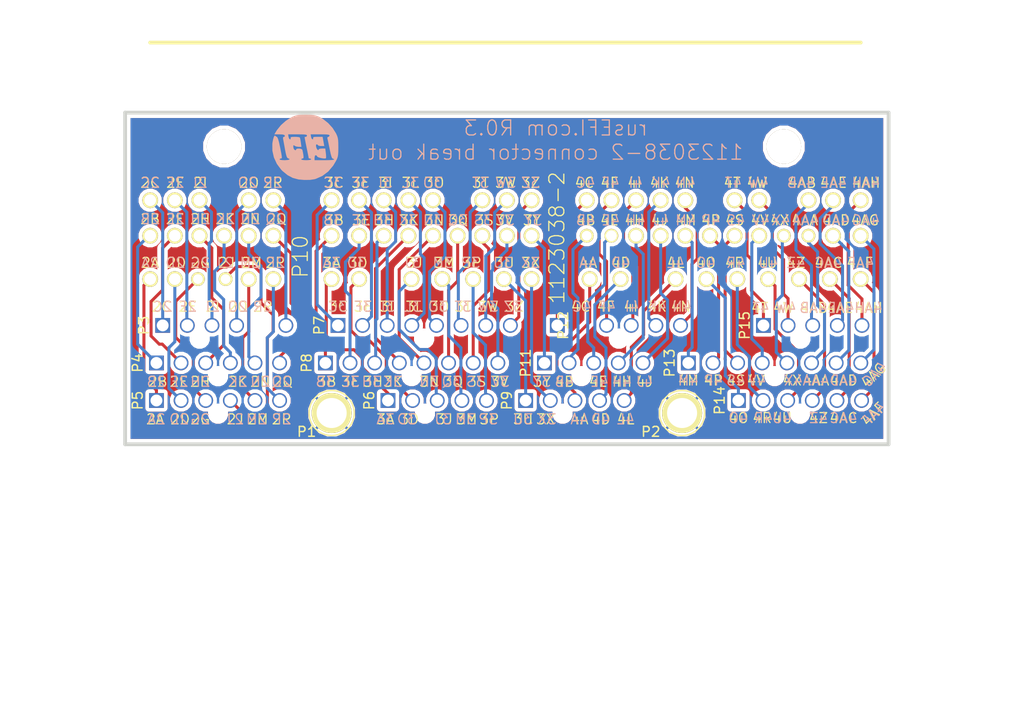
<source format=kicad_pcb>
(kicad_pcb (version 20221018) (generator pcbnew)
  (title_block (title "1123038-2 Connector breakout") (date "2017-03-19") (rev "R0.4") (company "rusEFI"))
  (layers (0 "F.Cu" signal) (31 "B.Cu" signal) (34 "B.Paste" user) (35 "F.Paste" user) (36 "B.SilkS" user "B.Silkscreen") (37 "F.SilkS" user "F.Silkscreen") (38 "B.Mask" user) (39 "F.Mask" user) (44 "Edge.Cuts" user))
  (net 0 "")
  (net 1 "GND")
  (net 2 "/2C")
  (net 3 "/2F")
  (net 4 "/2I")
  (net 5 "/20")
  (net 6 "/2R")
  (net 7 "/3C")
  (net 8 "/3F")
  (net 9 "/3I")
  (net 10 "/3L")
  (net 11 "/3O")
  (net 12 "/3T")
  (net 13 "/3W")
  (net 14 "/3Z")
  (net 15 "/2B")
  (net 16 "/2E")
  (net 17 "/3H")
  (net 18 "/2K")
  (net 19 "/2N")
  (net 20 "/2Q")
  (net 21 "/2A")
  (net 22 "/2D")
  (net 23 "/2G")
  (net 24 "/2J")
  (net 25 "/2M")
  (net 26 "/2P")
  (net 27 "/3A")
  (net 28 "/3D")
  (net 29 "/3J")
  (net 30 "/3M")
  (net 31 "/3P")
  (net 32 "/3B")
  (net 33 "/3E")
  (net 34 "/3K")
  (net 35 "/3N")
  (net 36 "/3Q")
  (net 37 "/3S")
  (net 38 "/3V")
  (net 39 "/3U")
  (net 40 "/3X")
  (net 41 "/4A")
  (net 42 "/4D")
  (net 43 "/4L")
  (net 44 "/4C")
  (net 45 "/4F")
  (net 46 "/4I")
  (net 47 "/4K")
  (net 48 "/4N")
  (net 49 "/4T")
  (net 50 "/4W")
  (net 51 "/4AB")
  (net 52 "/4AE")
  (net 53 "/4AH")
  (net 54 "/3Y")
  (net 55 "/4B")
  (net 56 "/4E")
  (net 57 "/4H")
  (net 58 "/4J")
  (net 59 "/4M")
  (net 60 "/4P")
  (net 61 "/4S")
  (net 62 "/4V")
  (net 63 "/4AA")
  (net 64 "/4AD")
  (net 65 "/4AG")
  (net 66 "/4O")
  (net 67 "/4R")
  (net 68 "/4U")
  (net 69 "/4X")
  (net 70 "/4AC")
  (net 71 "/4AF")
  (net 72 "/2H")
  (net 73 "/4Z")
  (footprint "1pin" (layer "F.Cu") (at 114.935 72.39)
    (fp_text reference "P1")
    (fp_text value "CONN_1" hide)
  )
  (footprint "1pin" (layer "F.Cu") (at 150.495 72.39)
    (fp_text reference "P2")
    (fp_text value "CONN_1" hide)
  )
  (footprint "Molex_NanoFit_1x05x2.50mm_Straight" (layer "F.Cu") (at 97.79 63.5)
    (fp_text reference "P3")
    (fp_text value "CONN_01X05" hide)
  )
  (footprint "Molex_NanoFit_1x06x2.50mm_Straight" (layer "F.Cu") (at 97.155 67.31)
    (fp_text reference "P4")
    (fp_text value "CONN_01X06" hide)
  )
  (footprint "Molex_NanoFit_1x06x2.50mm_Straight" (layer "F.Cu") (at 97.155 71.12)
    (fp_text reference "P5")
    (fp_text value "CONN_01X06" hide)
  )
  (footprint "Molex_NanoFit_1x05x2.50mm_Straight" (layer "F.Cu") (at 120.65 71.12)
    (fp_text reference "P6")
    (fp_text value "CONN_01X05" hide)
  )
  (footprint "Molex_NanoFit_1x08x2.50mm_Straight" (layer "F.Cu") (at 115.57 63.5)
    (fp_text reference "P7")
    (fp_text value "CONN_01X08" hide)
  )
  (footprint "Molex_NanoFit_1x08x2.50mm_Straight" (layer "F.Cu") (at 114.3 67.31)
    (fp_text reference "P8")
    (fp_text value "CONN_01X08" hide)
  )
  (footprint "Molex_NanoFit_1x05x2.50mm_Straight" (layer "F.Cu") (at 134.62 71.12)
    (fp_text reference "P9")
    (fp_text value "CONN_01X05" hide)
  )
  (footprint "Molex_NanoFit_1x05x2.50mm_Straight" (layer "F.Cu") (at 136.525 67.31)
    (fp_text reference "P11")
    (fp_text value "CONN_01X05" hide)
  )
  (footprint "Molex_NanoFit_1x05x2.50mm_Straight" (layer "F.Cu") (at 140.335 63.5)
    (fp_text reference "P12")
    (fp_text value "CONN_01X05" hide)
  )
  (footprint "Molex_NanoFit_1x08x2.50mm_Straight" (layer "F.Cu") (at 151.13 67.31)
    (fp_text reference "P13")
    (fp_text value "CONN_01X08" hide)
  )
  (footprint "Molex_NanoFit_1x06x2.50mm_Straight" (layer "F.Cu") (at 156.21 71.12)
    (fp_text reference "P14")
    (fp_text value "CONN_01X06" hide)
  )
  (footprint "Molex_NanoFit_1x05x2.50mm_Straight" (layer "F.Cu") (at 158.75 63.5)
    (fp_text reference "P15")
    (fp_text value "CONN_01X05" hide)
  )
  (footprint "1123038-2" (layer "F.Cu") (at 96.52 50.8)
    (fp_text reference "P10")
    (fp_text value "1123038-2")
  )
  (footprint "logo:LOGO" (layer "B.Cu") (at 112.268 45.466 180)
    (fp_text reference "G1" hide)
    (fp_text value "LOGO" hide)
  )
  (gr_line (start 93.98 41.91) (end 171.45 41.91) (stroke (width 0.381)) (layer "Edge.Cuts"))
  (gr_line (start 171.45 41.91) (end 171.45 75.565) (stroke (width 0.381)) (layer "Edge.Cuts"))
  (gr_line (start 171.45 75.565) (end 93.98 75.565) (stroke (width 0.381)) (layer "Edge.Cuts"))
  (gr_line (start 93.98 75.565) (end 93.98 41.91) (stroke (width 0.381)) (layer "Edge.Cuts"))
  (gr_text "3P" (at 130.81 73.025) (layer "B.SilkS") (effects (font (size 1.016 1.016) (thickness 0.127)) (justify mirror)))
  (gr_text "3M" (at 128.524 73.025) (layer "B.SilkS") (effects (font (size 1.016 1.016) (thickness 0.127)) (justify mirror)))
  (gr_text "3J" (at 126.238 73.025) (layer "B.SilkS") (effects (font (size 1.016 1.016) (thickness 0.127)) (justify mirror)))
  (gr_text "3D" (at 122.555 73.025) (layer "B.SilkS") (effects (font (size 1.016 1.016) (thickness 0.127)) (justify mirror)))
  (gr_text "3A" (at 120.396 73.025) (layer "B.SilkS") (effects (font (size 1.016 1.016) (thickness 0.127)) (justify mirror)))
  (gr_text "3Q" (at 127.127 69.215) (layer "B.SilkS") (effects (font (size 1.016 1.016) (thickness 0.127)) (justify mirror)))
  (gr_text "3N" (at 124.841 69.215) (layer "B.SilkS") (effects (font (size 1.016 1.016) (thickness 0.127)) (justify mirror)))
  (gr_text "3K" (at 121.158 69.215) (layer "B.SilkS") (effects (font (size 1.016 1.016) (thickness 0.127)) (justify mirror)))
  (gr_text "3H" (at 118.999 69.215) (layer "B.SilkS") (effects (font (size 1.016 1.016) (thickness 0.127)) (justify mirror)))
  (gr_text "3E" (at 116.84 69.215) (layer "B.SilkS") (effects (font (size 1.016 1.016) (thickness 0.127)) (justify mirror)))
  (gr_text "3B" (at 114.3 69.215) (layer "B.SilkS") (effects (font (size 1.016 1.016) (thickness 0.127)) (justify mirror)))
  (gr_text "3T" (at 128.27 61.595) (layer "B.SilkS") (effects (font (size 1.016 1.016) (thickness 0.127)) (justify mirror)))
  (gr_text "3O" (at 125.73 61.595) (layer "B.SilkS") (effects (font (size 1.016 1.016) (thickness 0.127)) (justify mirror)))
  (gr_text "3L" (at 123.19 61.595) (layer "B.SilkS") (effects (font (size 1.016 1.016) (thickness 0.127)) (justify mirror)))
  (gr_text "3I" (at 120.65 61.595) (layer "B.SilkS") (effects (font (size 1.016 1.016) (thickness 0.127)) (justify mirror)))
  (gr_text "3F" (at 118.11 61.595) (layer "B.SilkS") (effects (font (size 1.016 1.016) (thickness 0.127)) (justify mirror)))
  (gr_text "3C" (at 115.57 61.595) (layer "B.SilkS") (effects (font (size 1.016 1.016) (thickness 0.127)) (justify mirror)))
  (gr_text "4L" (at 144.78 73.025) (layer "B.SilkS") (effects (font (size 1.016 1.016) (thickness 0.127)) (justify mirror)))
  (gr_text "4D" (at 142.24 73.025) (layer "B.SilkS") (effects (font (size 1.016 1.016) (thickness 0.127)) (justify mirror)))
  (gr_text "4A" (at 140.081 73.025) (layer "B.SilkS") (effects (font (size 1.016 1.016) (thickness 0.127)) (justify mirror)))
  (gr_text "3X" (at 136.779 73.025) (layer "B.SilkS") (effects (font (size 1.016 1.016) (thickness 0.127)) (justify mirror)))
  (gr_text "3U" (at 134.366 73.025) (layer "B.SilkS") (effects (font (size 1.016 1.016) (thickness 0.127)) (justify mirror)))
  (gr_text "4AD" (at 166.878 69.088) (layer "B.SilkS") (effects (font (size 1.016 1.016) (thickness 0.127)) (justify mirror)))
  (gr_text "4J" (at 146.685 69.215) (layer "B.SilkS") (effects (font (size 1.016 1.016) (thickness 0.127)) (justify mirror)))
  (gr_text "4H" (at 144.399 69.215) (layer "B.SilkS") (effects (font (size 1.016 1.016) (thickness 0.127)) (justify mirror)))
  (gr_text "4E" (at 142.113 69.215) (layer "B.SilkS") (effects (font (size 1.016 1.016) (thickness 0.127)) (justify mirror)))
  (gr_text "4B" (at 138.557 69.215) (layer "B.SilkS") (effects (font (size 1.016 1.016) (thickness 0.127)) (justify mirror)))
  (gr_text "3Y" (at 136.271 69.215) (layer "B.SilkS") (effects (font (size 1.016 1.016) (thickness 0.127)) (justify mirror)))
  (gr_text "3V" (at 132.08 69.215) (layer "B.SilkS") (effects (font (size 1.016 1.016) (thickness 0.127)) (justify mirror)))
  (gr_text "3S" (at 129.54 69.215) (layer "B.SilkS") (effects (font (size 1.016 1.016) (thickness 0.127)) (justify mirror)))
  (gr_text "3Z" (at 133.35 61.595) (layer "B.SilkS") (effects (font (size 1.016 1.016) (thickness 0.127)) (justify mirror)))
  (gr_text "3W" (at 130.81 61.595) (layer "B.SilkS") (effects (font (size 1.016 1.016) (thickness 0.127)) (justify mirror)))
  (gr_text "4AF" (at 169.926 72.517 45) (layer "B.SilkS") (effects (font (size 1.016 1.016) (thickness 0.127)) (justify mirror)))
  (gr_text "4AC" (at 166.878 72.898) (layer "B.SilkS") (effects (font (size 1.016 1.016) (thickness 0.127)) (justify mirror)))
  (gr_text "4Z" (at 164.338 72.898) (layer "B.SilkS") (effects (font (size 1.016 1.016) (thickness 0.127)) (justify mirror)))
  (gr_text "4U" (at 160.655 72.898) (layer "B.SilkS") (effects (font (size 1.016 1.016) (thickness 0.127)) (justify mirror)))
  (gr_text "4R" (at 158.75 72.898) (layer "B.SilkS") (effects (font (size 1.016 1.016) (thickness 0.127)) (justify mirror)))
  (gr_text "4O" (at 156.21 72.898) (layer "B.SilkS") (effects (font (size 1.016 1.016) (thickness 0.127)) (justify mirror)))
  (gr_text "4N" (at 150.495 61.595) (layer "B.SilkS") (effects (font (size 1.016 1.016) (thickness 0.127)) (justify mirror)))
  (gr_text "4K" (at 147.955 61.595) (layer "B.SilkS") (effects (font (size 1.016 1.016) (thickness 0.127)) (justify mirror)))
  (gr_text "4I" (at 145.415 61.595) (layer "B.SilkS") (effects (font (size 1.016 1.016) (thickness 0.127)) (justify mirror)))
  (gr_text "4F" (at 142.875 61.595) (layer "B.SilkS") (effects (font (size 1.016 1.016) (thickness 0.127)) (justify mirror)))
  (gr_text "4C" (at 140.335 61.595) (layer "B.SilkS") (effects (font (size 1.016 1.016) (thickness 0.127)) (justify mirror)))
  (gr_text "4AH" (at 169.418 61.722) (layer "B.SilkS") (effects (font (size 1.016 1.016) (thickness 0.127)) (justify mirror)))
  (gr_text "4AE" (at 166.624 61.722) (layer "B.SilkS") (effects (font (size 1.016 1.016) (thickness 0.127)) (justify mirror)))
  (gr_text "4AB" (at 163.83 61.722) (layer "B.SilkS") (effects (font (size 1.016 1.016) (thickness 0.127)) (justify mirror)))
  (gr_text "4W" (at 161.036 61.722) (layer "B.SilkS") (effects (font (size 1.016 1.016) (thickness 0.127)) (justify mirror)))
  (gr_text "4T" (at 158.496 61.722) (layer "B.SilkS") (effects (font (size 1.016 1.016) (thickness 0.127)) (justify mirror)))
  (gr_text "4AG" (at 170.053 68.453 45) (layer "B.SilkS") (effects (font (size 1.016 1.016) (thickness 0.127)) (justify mirror)))
  (gr_text "4AA" (at 164.084 69.088) (layer "B.SilkS") (effects (font (size 1.016 1.016) (thickness 0.127)) (justify mirror)))
  (gr_text "4X" (at 161.798 69.088) (layer "B.SilkS") (effects (font (size 1.016 1.016) (thickness 0.127)) (justify mirror)))
  (gr_text "4V" (at 158.115 69.088) (layer "B.SilkS") (effects (font (size 1.016 1.016) (thickness 0.127)) (justify mirror)))
  (gr_text "4S" (at 155.956 69.088) (layer "B.SilkS") (effects (font (size 1.016 1.016) (thickness 0.127)) (justify mirror)))
  (gr_text "4P" (at 153.67 69.088) (layer "B.SilkS") (effects (font (size 1.016 1.016) (thickness 0.127)) (justify mirror)))
  (gr_text "4M" (at 151.13 69.088) (layer "B.SilkS") (effects (font (size 1.016 1.016) (thickness 0.127)) (justify mirror)))
  (gr_text "3A" (at 114.935 57.15) (layer "B.SilkS") (effects (font (size 1.016 1.016) (thickness 0.127)) (justify mirror)))
  (gr_text "2P" (at 109.22 57.15) (layer "B.SilkS") (effects (font (size 1.016 1.016) (thickness 0.127)) (justify mirror)))
  (gr_text "2M" (at 106.68 57.15) (layer "B.SilkS") (effects (font (size 1.016 1.016) (thickness 0.127)) (justify mirror)))
  (gr_text "2J" (at 104.14 57.15) (layer "B.SilkS") (effects (font (size 1.016 1.016) (thickness 0.127)) (justify mirror)))
  (gr_text "2G" (at 101.6 57.15) (layer "B.SilkS") (effects (font (size 1.016 1.016) (thickness 0.127)) (justify mirror)))
  (gr_text "2D" (at 99.06 57.15) (layer "B.SilkS") (effects (font (size 1.016 1.016) (thickness 0.127)) (justify mirror)))
  (gr_text "3J" (at 123.19 57.15) (layer "B.SilkS") (effects (font (size 1.016 1.016) (thickness 0.127)) (justify mirror)))
  (gr_text "2Q" (at 109.22 52.705) (layer "B.SilkS") (effects (font (size 1.016 1.016) (thickness 0.127)) (justify mirror)))
  (gr_text "2N" (at 106.68 52.705) (layer "B.SilkS") (effects (font (size 1.016 1.016) (thickness 0.127)) (justify mirror)))
  (gr_text "2K" (at 104.14 52.705) (layer "B.SilkS") (effects (font (size 1.016 1.016) (thickness 0.127)) (justify mirror)))
  (gr_text "2H" (at 101.6 52.705) (layer "B.SilkS") (effects (font (size 1.016 1.016) (thickness 0.127)) (justify mirror)))
  (gr_text "2E" (at 99.06 52.705) (layer "B.SilkS") (effects (font (size 1.016 1.016) (thickness 0.127)) (justify mirror)))
  (gr_text "3M" (at 126.238 57.15) (layer "B.SilkS") (effects (font (size 1.016 1.016) (thickness 0.127)) (justify mirror)))
  (gr_text "2R" (at 108.966 49.022) (layer "B.SilkS") (effects (font (size 1.016 1.016) (thickness 0.127)) (justify mirror)))
  (gr_text "2O" (at 106.426 49.022) (layer "B.SilkS") (effects (font (size 1.016 1.016) (thickness 0.127)) (justify mirror)))
  (gr_text "3D" (at 117.475 57.15) (layer "B.SilkS") (effects (font (size 1.016 1.016) (thickness 0.127)) (justify mirror)))
  (gr_text "2I" (at 101.6 49.022) (layer "B.SilkS") (effects (font (size 1.016 1.016) (thickness 0.127)) (justify mirror)))
  (gr_text "2F" (at 99.06 49.022) (layer "B.SilkS") (effects (font (size 1.016 1.016) (thickness 0.127)) (justify mirror)))
  (gr_text "3T" (at 130.048 49.022) (layer "B.SilkS") (effects (font (size 1.016 1.016) (thickness 0.127)) (justify mirror)))
  (gr_text "3O" (at 125.222 49.022) (layer "B.SilkS") (effects (font (size 1.016 1.016) (thickness 0.127)) (justify mirror)))
  (gr_text "3L" (at 122.936 49.022) (layer "B.SilkS") (effects (font (size 1.016 1.016) (thickness 0.127)) (justify mirror)))
  (gr_text "3I" (at 120.396 49.022) (layer "B.SilkS") (effects (font (size 1.016 1.016) (thickness 0.127)) (justify mirror)))
  (gr_text "3F" (at 117.856 49.022) (layer "B.SilkS") (effects (font (size 1.016 1.016) (thickness 0.127)) (justify mirror)))
  (gr_text "3C" (at 115.062 49.022) (layer "B.SilkS") (effects (font (size 1.016 1.016) (thickness 0.127)) (justify mirror)))
  (gr_text "3Q" (at 127.762 52.832) (layer "B.SilkS") (effects (font (size 1.016 1.016) (thickness 0.127)) (justify mirror)))
  (gr_text "3N" (at 125.222 52.832) (layer "B.SilkS") (effects (font (size 1.016 1.016) (thickness 0.127)) (justify mirror)))
  (gr_text "3K" (at 122.682 52.832) (layer "B.SilkS") (effects (font (size 1.016 1.016) (thickness 0.127)) (justify mirror)))
  (gr_text "3H" (at 120.142 52.832) (layer "B.SilkS") (effects (font (size 1.016 1.016) (thickness 0.127)) (justify mirror)))
  (gr_text "3E" (at 117.856 52.832) (layer "B.SilkS") (effects (font (size 1.016 1.016) (thickness 0.127)) (justify mirror)))
  (gr_text "3B" (at 115.062 52.832) (layer "B.SilkS") (effects (font (size 1.016 1.016) (thickness 0.127)) (justify mirror)))
  (gr_text "4AH" (at 169.164 49.022) (layer "B.SilkS") (effects (font (size 1.016 1.016) (thickness 0.127)) (justify mirror)))
  (gr_text "4AE" (at 165.862 49.022) (layer "B.SilkS") (effects (font (size 1.016 1.016) (thickness 0.127)) (justify mirror)))
  (gr_text "4AB" (at 162.56 49.022) (layer "B.SilkS") (effects (font (size 1.016 1.016) (thickness 0.127)) (justify mirror)))
  (gr_text "3Z" (at 135.128 49.022) (layer "B.SilkS") (effects (font (size 1.016 1.016) (thickness 0.127)) (justify mirror)))
  (gr_text "4W" (at 158.242 49.022) (layer "B.SilkS") (effects (font (size 1.016 1.016) (thickness 0.127)) (justify mirror)))
  (gr_text "4T" (at 155.702 49.022) (layer "B.SilkS") (effects (font (size 1.016 1.016) (thickness 0.127)) (justify mirror)))
  (gr_text "4AG" (at 169.164 52.832) (layer "B.SilkS") (effects (font (size 1.016 1.016) (thickness 0.127)) (justify mirror)))
  (gr_text "4AD" (at 166.116 52.832) (layer "B.SilkS") (effects (font (size 1.016 1.016) (thickness 0.127)) (justify mirror)))
  (gr_text "4AA" (at 163.068 52.832) (layer "B.SilkS") (effects (font (size 1.016 1.016) (thickness 0.127)) (justify mirror)))
  (gr_text "4X" (at 160.528 52.832) (layer "B.SilkS") (effects (font (size 1.016 1.016) (thickness 0.127)) (justify mirror)))
  (gr_text "4V" (at 158.496 52.832) (layer "B.SilkS") (effects (font (size 1.016 1.016) (thickness 0.127)) (justify mirror)))
  (gr_text "4S" (at 155.956 52.832) (layer "B.SilkS") (effects (font (size 1.016 1.016) (thickness 0.127)) (justify mirror)))
  (gr_text "4AF" (at 168.656 57.15) (layer "B.SilkS") (effects (font (size 1.016 1.016) (thickness 0.127)) (justify mirror)))
  (gr_text "4AC" (at 165.354 57.15) (layer "B.SilkS") (effects (font (size 1.016 1.016) (thickness 0.127)) (justify mirror)))
  (gr_text "4Z" (at 162.052 57.15) (layer "B.SilkS") (effects (font (size 1.016 1.016) (thickness 0.127)) (justify mirror)))
  (gr_text "4U" (at 159.258 57.15) (layer "B.SilkS") (effects (font (size 1.016 1.016) (thickness 0.127)) (justify mirror)))
  (gr_text "4R" (at 155.956 57.15) (layer "B.SilkS") (effects (font (size 1.016 1.016) (thickness 0.127)) (justify mirror)))
  (gr_text "4P" (at 153.416 52.832) (layer "B.SilkS") (effects (font (size 1.016 1.016) (thickness 0.127)) (justify mirror)))
  (gr_text "4M" (at 150.876 52.832) (layer "B.SilkS") (effects (font (size 1.016 1.016) (thickness 0.127)) (justify mirror)))
  (gr_text "4J" (at 148.336 52.832) (layer "B.SilkS") (effects (font (size 1.016 1.016) (thickness 0.127)) (justify mirror)))
  (gr_text "4H" (at 145.796 52.832) (layer "B.SilkS") (effects (font (size 1.016 1.016) (thickness 0.127)) (justify mirror)))
  (gr_text "4E" (at 143.256 52.832) (layer "B.SilkS") (effects (font (size 1.016 1.016) (thickness 0.127)) (justify mirror)))
  (gr_text "4B" (at 140.716 52.832) (layer "B.SilkS") (effects (font (size 1.016 1.016) (thickness 0.127)) (justify mirror)))
  (gr_text "3W" (at 132.588 49.022) (layer "B.SilkS") (effects (font (size 1.016 1.016) (thickness 0.127)) (justify mirror)))
  (gr_text "4N" (at 150.876 49.022) (layer "B.SilkS") (effects (font (size 1.016 1.016) (thickness 0.127)) (justify mirror)))
  (gr_text "4K" (at 148.336 49.022) (layer "B.SilkS") (effects (font (size 1.016 1.016) (thickness 0.127)) (justify mirror)))
  (gr_text "4I" (at 145.796 49.022) (layer "B.SilkS") (effects (font (size 1.016 1.016) (thickness 0.127)) (justify mirror)))
  (gr_text "4F" (at 143.256 49.022) (layer "B.SilkS") (effects (font (size 1.016 1.016) (thickness 0.127)) (justify mirror)))
  (gr_text "4C" (at 140.716 49.022) (layer "B.SilkS") (effects (font (size 1.016 1.016) (thickness 0.127)) (justify mirror)))
  (gr_text "3S" (at 130.302 52.832) (layer "B.SilkS") (effects (font (size 1.016 1.016) (thickness 0.127)) (justify mirror)))
  (gr_text "2Q" (at 109.855 69.215) (layer "B.SilkS") (effects (font (size 1.016 1.016) (thickness 0.127)) (justify mirror)))
  (gr_text "2R" (at 107.95 61.595) (layer "B.SilkS") (effects (font (size 1.016 1.016) (thickness 0.127)) (justify mirror)))
  (gr_text "4A" (at 140.97 57.15) (layer "B.SilkS") (effects (font (size 1.016 1.016) (thickness 0.127)) (justify mirror)))
  (gr_text "rusEFI.com R0.3\n1123038-2 connector break out" (at 137.668 44.704) (layer "B.SilkS") (effects (font (size 1.524 1.524) (thickness 0.127)) (justify mirror)))
  (gr_text "4L" (at 149.86 57.15) (layer "B.SilkS") (effects (font (size 1.016 1.016) (thickness 0.127)) (justify mirror)))
  (gr_text "2E" (at 99.441 69.215) (layer "B.SilkS") (effects (font (size 1.016 1.016) (thickness 0.127)) (justify mirror)))
  (gr_text "4O" (at 152.908 57.15) (layer "B.SilkS") (effects (font (size 1.016 1.016) (thickness 0.127)) (justify mirror)))
  (gr_text "2J" (at 105.156 73.025) (layer "B.SilkS") (effects (font (size 1.016 1.016) (thickness 0.127)) (justify mirror)))
  (gr_text "4D" (at 144.272 57.15) (layer "B.SilkS") (effects (font (size 1.016 1.016) (thickness 0.127)) (justify mirror)))
  (gr_text "2B" (at 97.155 69.215) (layer "B.SilkS") (effects (font (size 1.016 1.016) (thickness 0.127)) (justify mirror)))
  (gr_text "3Y" (at 135.382 52.832) (layer "B.SilkS") (effects (font (size 1.016 1.016) (thickness 0.127)) (justify mirror)))
  (gr_text "2I" (at 102.87 61.595) (layer "B.SilkS") (effects (font (size 1.016 1.016) (thickness 0.127)) (justify mirror)))
  (gr_text "2M" (at 107.315 73.025) (layer "B.SilkS") (effects (font (size 1.016 1.016) (thickness 0.127)) (justify mirror)))
  (gr_text "3X" (at 135.128 57.15) (layer "B.SilkS") (effects (font (size 1.016 1.016) (thickness 0.127)) (justify mirror)))
  (gr_text "2P" (at 109.855 73.025) (layer "B.SilkS") (effects (font (size 1.016 1.016) (thickness 0.127)) (justify mirror)))
  (gr_text "2H" (at 101.6 69.215) (layer "B.SilkS") (effects (font (size 1.016 1.016) (thickness 0.127)) (justify mirror)))
  (gr_text "2A" (at 96.52 57.15) (layer "B.SilkS") (effects (font (size 1.016 1.016) (thickness 0.127)) (justify mirror)))
  (gr_text "2K" (at 105.41 69.215) (layer "B.SilkS") (effects (font (size 1.016 1.016) (thickness 0.127)) (justify mirror)))
  (gr_text "3U" (at 132.334 57.15) (layer "B.SilkS") (effects (font (size 1.016 1.016) (thickness 0.127)) (justify mirror)))
  (gr_text "3V" (at 132.588 52.832) (layer "B.SilkS") (effects (font (size 1.016 1.016) (thickness 0.127)) (justify mirror)))
  (gr_text "3P" (at 129.032 57.15) (layer "B.SilkS") (effects (font (size 1.016 1.016) (thickness 0.127)) (justify mirror)))
  (gr_text "2A" (at 97.155 73.025) (layer "B.SilkS") (effects (font (size 1.016 1.016) (thickness 0.127)) (justify mirror)))
  (gr_text "2B" (at 96.52 52.705) (layer "B.SilkS") (effects (font (size 1.016 1.016) (thickness 0.127)) (justify mirror)))
  (gr_text "2C" (at 97.79 61.595) (layer "B.SilkS") (effects (font (size 1.016 1.016) (thickness 0.127)) (justify mirror)))
  (gr_text "2G" (at 101.6 73.025) (layer "B.SilkS") (effects (font (size 1.016 1.016) (thickness 0.127)) (justify mirror)))
  (gr_text "2D" (at 99.441 73.025) (layer "B.SilkS") (effects (font (size 1.016 1.016) (thickness 0.127)) (justify mirror)))
  (gr_text "2F" (at 100.33 61.595) (layer "B.SilkS") (effects (font (size 1.016 1.016) (thickness 0.127)) (justify mirror)))
  (gr_text "2N" (at 107.696 69.215) (layer "B.SilkS") (effects (font (size 1.016 1.016) (thickness 0.127)) (justify mirror)))
  (gr_text "2O" (at 105.41 61.595) (layer "B.SilkS") (effects (font (size 1.016 1.016) (thickness 0.127)) (justify mirror)))
  (gr_text "2C" (at 96.52 49.022) (layer "B.SilkS") (effects (font (size 1.016 1.016) (thickness 0.127)) (justify mirror)))
  (gr_text "4A" (at 140.97 57.15) (layer "F.SilkS") (effects (font (size 1.016 1.016) (thickness 0.127))))
  (gr_text "3X" (at 135.128 57.15) (layer "F.SilkS") (effects (font (size 1.016 1.016) (thickness 0.127))))
  (gr_text "3U" (at 132.461 57.15) (layer "F.SilkS") (effects (font (size 1.016 1.016) (thickness 0.127))))
  (gr_text "3P" (at 129.159 57.15) (layer "F.SilkS") (effects (font (size 1.016 1.016) (thickness 0.127))))
  (gr_text "4C" (at 140.589 49.022) (layer "F.SilkS") (effects (font (size 1.016 1.016) (thickness 0.127))))
  (gr_text "4F" (at 143.129 49.022) (layer "F.SilkS") (effects (font (size 1.016 1.016) (thickness 0.127))))
  (gr_text "4I" (at 145.669 49.022) (layer "F.SilkS") (effects (font (size 1.016 1.016) (thickness 0.127))))
  (gr_text "4K" (at 148.209 49.022) (layer "F.SilkS") (effects (font (size 1.016 1.016) (thickness 0.127))))
  (gr_text "4N" (at 150.749 49.022) (layer "F.SilkS") (effects (font (size 1.016 1.016) (thickness 0.127))))
  (gr_text "3W" (at 132.588 49.022) (layer "F.SilkS") (effects (font (size 1.016 1.016) (thickness 0.127))))
  (gr_text "4B" (at 140.716 52.832) (layer "F.SilkS") (effects (font (size 1.016 1.016) (thickness 0.127))))
  (gr_text "4E" (at 143.129 52.832) (layer "F.SilkS") (effects (font (size 1.016 1.016) (thickness 0.127))))
  (gr_text "4H" (at 145.669 52.832) (layer "F.SilkS") (effects (font (size 1.016 1.016) (thickness 0.127))))
  (gr_text "4J" (at 148.209 52.832) (layer "F.SilkS") (effects (font (size 1.016 1.016) (thickness 0.127))))
  (gr_text "4M" (at 150.876 52.832) (layer "F.SilkS") (effects (font (size 1.016 1.016) (thickness 0.127))))
  (gr_text "4P" (at 153.416 52.832) (layer "F.SilkS") (effects (font (size 1.016 1.016) (thickness 0.127))))
  (gr_text "4R" (at 155.829 57.15) (layer "F.SilkS") (effects (font (size 1.016 1.016) (thickness 0.127))))
  (gr_text "4U" (at 159.131 57.15) (layer "F.SilkS") (effects (font (size 1.016 1.016) (thickness 0.127))))
  (gr_text "4Z" (at 162.052 57.15) (layer "F.SilkS") (effects (font (size 1.016 1.016) (thickness 0.127))))
  (gr_text "4AC" (at 165.354 57.15) (layer "F.SilkS") (effects (font (size 1.016 1.016) (thickness 0.127))))
  (gr_text "4AF" (at 168.529 57.15) (layer "F.SilkS") (effects (font (size 1.016 1.016) (thickness 0.127))))
  (gr_text "4S" (at 155.829 52.832) (layer "F.SilkS") (effects (font (size 1.016 1.016) (thickness 0.127))))
  (gr_text "4V" (at 158.369 52.832) (layer "F.SilkS") (effects (font (size 1.016 1.016) (thickness 0.127))))
  (gr_text "4X" (at 160.401 52.832) (layer "F.SilkS") (effects (font (size 1.016 1.016) (thickness 0.127))))
  (gr_text "4AA" (at 162.941 52.832) (layer "F.SilkS") (effects (font (size 1.016 1.016) (thickness 0.127))))
  (gr_text "4AD" (at 166.116 52.832) (layer "F.SilkS") (effects (font (size 1.016 1.016) (thickness 0.127))))
  (gr_text "4AG" (at 169.037 52.832) (layer "F.SilkS") (effects (font (size 1.016 1.016) (thickness 0.127))))
  (gr_text "4T" (at 155.575 49.022) (layer "F.SilkS") (effects (font (size 1.016 1.016) (thickness 0.127))))
  (gr_text "4W" (at 158.115 49.022) (layer "F.SilkS") (effects (font (size 1.016 1.016) (thickness 0.127))))
  (gr_text "3Z" (at 135.128 49.022) (layer "F.SilkS") (effects (font (size 1.016 1.016) (thickness 0.127))))
  (gr_text "4AB" (at 162.687 49.022) (layer "F.SilkS") (effects (font (size 1.016 1.016) (thickness 0.127))))
  (gr_text "4AE" (at 165.862 49.022) (layer "F.SilkS") (effects (font (size 1.016 1.016) (thickness 0.127))))
  (gr_text "4AH" (at 169.164 49.022) (layer "F.SilkS") (effects (font (size 1.016 1.016) (thickness 0.127))))
  (gr_text "3B" (at 115.189 52.832) (layer "F.SilkS") (effects (font (size 1.016 1.016) (thickness 0.127))))
  (gr_text "3E" (at 117.983 52.832) (layer "F.SilkS") (effects (font (size 1.016 1.016) (thickness 0.127))))
  (gr_text "3H" (at 120.269 52.832) (layer "F.SilkS") (effects (font (size 1.016 1.016) (thickness 0.127))))
  (gr_text "3K" (at 122.809 52.832) (layer "F.SilkS") (effects (font (size 1.016 1.016) (thickness 0.127))))
  (gr_text "3N" (at 125.349 52.832) (layer "F.SilkS") (effects (font (size 1.016 1.016) (thickness 0.127))))
  (gr_text "3Q" (at 127.762 52.832) (layer "F.SilkS") (effects (font (size 1.016 1.016) (thickness 0.127))))
  (gr_text "3C" (at 115.189 49.022) (layer "F.SilkS") (effects (font (size 1.016 1.016) (thickness 0.127))))
  (gr_text "3F" (at 117.856 49.022) (layer "F.SilkS") (effects (font (size 1.016 1.016) (thickness 0.127))))
  (gr_text "3I" (at 120.396 49.022) (layer "F.SilkS") (effects (font (size 1.016 1.016) (thickness 0.127))))
  (gr_text "3L" (at 122.936 49.022) (layer "F.SilkS") (effects (font (size 1.016 1.016) (thickness 0.127))))
  (gr_text "3O" (at 125.349 49.022) (layer "F.SilkS") (effects (font (size 1.016 1.016) (thickness 0.127))))
  (gr_text "3T" (at 130.048 49.022) (layer "F.SilkS") (effects (font (size 1.016 1.016) (thickness 0.127))))
  (gr_text "2F" (at 99.06 49.022) (layer "F.SilkS") (effects (font (size 1.016 1.016) (thickness 0.127))))
  (gr_text "2I" (at 101.6 49.022) (layer "F.SilkS") (effects (font (size 1.016 1.016) (thickness 0.127))))
  (gr_text "3D" (at 117.602 57.15) (layer "F.SilkS") (effects (font (size 1.016 1.016) (thickness 0.127))))
  (gr_text "2O" (at 106.553 49.022) (layer "F.SilkS") (effects (font (size 1.016 1.016) (thickness 0.127))))
  (gr_text "2R" (at 108.966 49.022) (layer "F.SilkS") (effects (font (size 1.016 1.016) (thickness 0.127))))
  (gr_text "3M" (at 126.365 57.15) (layer "F.SilkS") (effects (font (size 1.016 1.016) (thickness 0.127))))
  (gr_text "2E" (at 99.06 52.705) (layer "F.SilkS") (effects (font (size 1.016 1.016) (thickness 0.127))))
  (gr_text "2H" (at 101.6 52.705) (layer "F.SilkS") (effects (font (size 1.016 1.016) (thickness 0.127))))
  (gr_text "2K" (at 104.14 52.705) (layer "F.SilkS") (effects (font (size 1.016 1.016) (thickness 0.127))))
  (gr_text "2N" (at 106.68 52.705) (layer "F.SilkS") (effects (font (size 1.016 1.016) (thickness 0.127))))
  (gr_text "2Q" (at 109.347 52.705) (layer "F.SilkS") (effects (font (size 1.016 1.016) (thickness 0.127))))
  (gr_text "3J" (at 123.317 57.15) (layer "F.SilkS") (effects (font (size 1.016 1.016) (thickness 0.127))))
  (gr_text "2D" (at 99.187 57.15) (layer "F.SilkS") (effects (font (size 1.016 1.016) (thickness 0.127))))
  (gr_text "2G" (at 101.6 57.15) (layer "F.SilkS") (effects (font (size 1.016 1.016) (thickness 0.127))))
  (gr_text "2J" (at 104.267 57.15) (layer "F.SilkS") (effects (font (size 1.016 1.016) (thickness 0.127))))
  (gr_text "2M" (at 106.807 57.15) (layer "F.SilkS") (effects (font (size 1.016 1.016) (thickness 0.127))))
  (gr_text "2P" (at 109.22 57.15) (layer "F.SilkS") (effects (font (size 1.016 1.016) (thickness 0.127))))
  (gr_text "3A" (at 114.935 57.15) (layer "F.SilkS") (effects (font (size 1.016 1.016) (thickness 0.127))))
  (gr_text "4M" (at 151.13 69.088) (layer "F.SilkS") (effects (font (size 1.016 1.016) (thickness 0.127))))
  (gr_text "4P" (at 153.67 69.088) (layer "F.SilkS") (effects (font (size 1.016 1.016) (thickness 0.127))))
  (gr_text "4S" (at 155.956 69.088) (layer "F.SilkS") (effects (font (size 1.016 1.016) (thickness 0.127))))
  (gr_text "4V" (at 157.988 69.088) (layer "F.SilkS") (effects (font (size 1.016 1.016) (thickness 0.127))))
  (gr_text "4X" (at 161.671 69.088) (layer "F.SilkS") (effects (font (size 1.016 1.016) (thickness 0.127))))
  (gr_text "4AA" (at 164.084 69.088) (layer "F.SilkS") (effects (font (size 1.016 1.016) (thickness 0.127))))
  (gr_text "4AG" (at 169.926 68.58 45) (layer "F.SilkS") (effects (font (size 1.016 1.016) (thickness 0.127))))
  (gr_text "4T" (at 158.369 61.722) (layer "F.SilkS") (effects (font (size 1.016 1.016) (thickness 0.127))))
  (gr_text "4W" (at 160.782 61.722) (layer "F.SilkS") (effects (font (size 1.016 1.016) (thickness 0.127))))
  (gr_text "4AB" (at 163.83 61.722) (layer "F.SilkS") (effects (font (size 1.016 1.016) (thickness 0.127))))
  (gr_text "4AE" (at 166.497 61.722) (layer "F.SilkS") (effects (font (size 1.016 1.016) (thickness 0.127))))
  (gr_text "4AH" (at 169.418 61.722) (layer "F.SilkS") (effects (font (size 1.016 1.016) (thickness 0.127))))
  (gr_text "4C" (at 140.208 61.595) (layer "F.SilkS") (effects (font (size 1.016 1.016) (thickness 0.127))))
  (gr_text "4F" (at 142.748 61.595) (layer "F.SilkS") (effects (font (size 1.016 1.016) (thickness 0.127))))
  (gr_text "4I" (at 145.288 61.595) (layer "F.SilkS") (effects (font (size 1.016 1.016) (thickness 0.127))))
  (gr_text "4K" (at 147.955 61.595) (layer "F.SilkS") (effects (font (size 1.016 1.016) (thickness 0.127))))
  (gr_text "4N" (at 150.368 61.595) (layer "F.SilkS") (effects (font (size 1.016 1.016) (thickness 0.127))))
  (gr_text "4O" (at 156.21 72.898) (layer "F.SilkS") (effects (font (size 1.016 1.016) (thickness 0.127))))
  (gr_text "4R" (at 158.623 72.898) (layer "F.SilkS") (effects (font (size 1.016 1.016) (thickness 0.127))))
  (gr_text "4U" (at 160.655 72.898) (layer "F.SilkS") (effects (font (size 1.016 1.016) (thickness 0.127))))
  (gr_text "4Z" (at 164.338 72.898) (layer "F.SilkS") (effects (font (size 1.016 1.016) (thickness 0.127))))
  (gr_text "4AC" (at 166.878 72.898) (layer "F.SilkS") (effects (font (size 1.016 1.016) (thickness 0.127))))
  (gr_text "4AF" (at 169.926 72.517 45) (layer "F.SilkS") (effects (font (size 1.016 1.016) (thickness 0.127))))
  (gr_text "3W" (at 130.81 61.595) (layer "F.SilkS") (effects (font (size 1.016 1.016) (thickness 0.127))))
  (gr_text "3Z" (at 133.477 61.595) (layer "F.SilkS") (effects (font (size 1.016 1.016) (thickness 0.127))))
  (gr_text "3S" (at 129.667 69.215) (layer "F.SilkS") (effects (font (size 1.016 1.016) (thickness 0.127))))
  (gr_text "3V" (at 131.953 69.215) (layer "F.SilkS") (effects (font (size 1.016 1.016) (thickness 0.127))))
  (gr_text "3Y" (at 136.271 69.215) (layer "F.SilkS") (effects (font (size 1.016 1.016) (thickness 0.127))))
  (gr_text "4B" (at 138.557 69.215) (layer "F.SilkS") (effects (font (size 1.016 1.016) (thickness 0.127))))
  (gr_text "4E" (at 141.986 69.215) (layer "F.SilkS") (effects (font (size 1.016 1.016) (thickness 0.127))))
  (gr_text "4H" (at 144.399 69.215) (layer "F.SilkS") (effects (font (size 1.016 1.016) (thickness 0.127))))
  (gr_text "4J" (at 146.685 69.215) (layer "F.SilkS") (effects (font (size 1.016 1.016) (thickness 0.127))))
  (gr_text "4AD" (at 166.878 69.088) (layer "F.SilkS") (effects (font (size 1.016 1.016) (thickness 0.127))))
  (gr_text "3U" (at 134.366 73.025) (layer "F.SilkS") (effects (font (size 1.016 1.016) (thickness 0.127))))
  (gr_text "3X" (at 136.652 73.025) (layer "F.SilkS") (effects (font (size 1.016 1.016) (thickness 0.127))))
  (gr_text "4A" (at 140.081 73.025) (layer "F.SilkS") (effects (font (size 1.016 1.016) (thickness 0.127))))
  (gr_text "4D" (at 142.24 73.025) (layer "F.SilkS") (effects (font (size 1.016 1.016) (thickness 0.127))))
  (gr_text "4L" (at 144.78 73.025) (layer "F.SilkS") (effects (font (size 1.016 1.016) (thickness 0.127))))
  (gr_text "3C" (at 115.57 61.595) (layer "F.SilkS") (effects (font (size 1.016 1.016) (thickness 0.127))))
  (gr_text "3F" (at 118.11 61.595) (layer "F.SilkS") (effects (font (size 1.016 1.016) (thickness 0.127))))
  (gr_text "3I" (at 120.523 61.595) (layer "F.SilkS") (effects (font (size 1.016 1.016) (thickness 0.127))))
  (gr_text "3L" (at 123.317 61.595) (layer "F.SilkS") (effects (font (size 1.016 1.016) (thickness 0.127))))
  (gr_text "3O" (at 125.857 61.595) (layer "F.SilkS") (effects (font (size 1.016 1.016) (thickness 0.127))))
  (gr_text "3T" (at 128.27 61.595) (layer "F.SilkS") (effects (font (size 1.016 1.016) (thickness 0.127))))
  (gr_text "3B" (at 114.427 69.215) (layer "F.SilkS") (effects (font (size 1.016 1.016) (thickness 0.127))))
  (gr_text "3E" (at 116.84 69.215) (layer "F.SilkS") (effects (font (size 1.016 1.016) (thickness 0.127))))
  (gr_text "3H" (at 119.126 69.215) (layer "F.SilkS") (effects (font (size 1.016 1.016) (thickness 0.127))))
  (gr_text "3K" (at 121.158 69.215) (layer "F.SilkS") (effects (font (size 1.016 1.016) (thickness 0.127))))
  (gr_text "3N" (at 124.841 69.215) (layer "F.SilkS") (effects (font (size 1.016 1.016) (thickness 0.127))))
  (gr_text "3Q" (at 127.254 69.215) (layer "F.SilkS") (effects (font (size 1.016 1.016) (thickness 0.127))))
  (gr_text "3A" (at 120.396 73.025) (layer "F.SilkS") (effects (font (size 1.016 1.016) (thickness 0.127))))
  (gr_text "3D" (at 122.809 73.025) (layer "F.SilkS") (effects (font (size 1.016 1.016) (thickness 0.127))))
  (gr_text "3J" (at 126.365 73.025) (layer "F.SilkS") (effects (font (size 1.016 1.016) (thickness 0.127))))
  (gr_text "3M" (at 128.651 73.025) (layer "F.SilkS") (effects (font (size 1.016 1.016) (thickness 0.127))))
  (gr_text "3P" (at 130.937 73.025) (layer "F.SilkS") (effects (font (size 1.016 1.016) (thickness 0.127))))
  (gr_text "3Y" (at 135.255 52.832) (layer "F.SilkS") (effects (font (size 1.016 1.016) (thickness 0.127))))
  (gr_text "3V" (at 132.461 52.832) (layer "F.SilkS") (effects (font (size 1.016 1.016) (thickness 0.127))))
  (gr_text "3S" (at 130.429 52.832) (layer "F.SilkS") (effects (font (size 1.016 1.016) (thickness 0.127))))
  (gr_text "4D" (at 144.272 57.15) (layer "F.SilkS") (effects (font (size 1.016 1.016) (thickness 0.127))))
  (gr_text "4L" (at 149.86 57.15) (layer "F.SilkS") (effects (font (size 1.016 1.016) (thickness 0.127))))
  (gr_text "4O" (at 152.908 57.15) (layer "F.SilkS") (effects (font (size 1.016 1.016) (thickness 0.127))))
  (gr_text "2P" (at 109.855 73.025) (layer "F.SilkS") (effects (font (size 1.016 1.016) (thickness 0.127))))
  (gr_text "2M" (at 107.442 73.025) (layer "F.SilkS") (effects (font (size 1.016 1.016) (thickness 0.127))))
  (gr_text "2J" (at 105.156 73.025) (layer "F.SilkS") (effects (font (size 1.016 1.016) (thickness 0.127))))
  (gr_text "2G" (at 101.6 73.025) (layer "F.SilkS") (effects (font (size 1.016 1.016) (thickness 0.127))))
  (gr_text "2D" (at 99.568 73.025) (layer "F.SilkS") (effects (font (size 1.016 1.016) (thickness 0.127))))
  (gr_text "2Q" (at 109.982 69.215) (layer "F.SilkS") (effects (font (size 1.016 1.016) (thickness 0.127))))
  (gr_text "2N" (at 107.696 69.215) (layer "F.SilkS") (effects (font (size 1.016 1.016) (thickness 0.127))))
  (gr_text "2K" (at 105.41 69.215) (layer "F.SilkS") (effects (font (size 1.016 1.016) (thickness 0.127))))
  (gr_text "2H" (at 101.6 69.215) (layer "F.SilkS") (effects (font (size 1.016 1.016) (thickness 0.127))))
  (gr_text "2E" (at 99.441 69.215) (layer "F.SilkS") (effects (font (size 1.016 1.016) (thickness 0.127))))
  (gr_text "2R" (at 107.95 61.595) (layer "F.SilkS") (effects (font (size 1.016 1.016) (thickness 0.127))))
  (gr_text "2O" (at 105.41 61.595) (layer "F.SilkS") (effects (font (size 1.016 1.016) (thickness 0.127))))
  (gr_text "2I" (at 102.87 61.595) (layer "F.SilkS") (effects (font (size 1.016 1.016) (thickness 0.127))))
  (gr_text "2F" (at 100.33 61.595) (layer "F.SilkS") (effects (font (size 1.016 1.016) (thickness 0.127))))
  (gr_text "2A" (at 97.028 73.025) (layer "F.SilkS") (effects (font (size 1.016 1.016) (thickness 0.127))))
  (gr_text "2B" (at 97.282 69.215) (layer "F.SilkS") (effects (font (size 1.016 1.016) (thickness 0.127))))
  (gr_text "2A" (at 96.52 57.15) (layer "F.SilkS") (effects (font (size 1.016 1.016) (thickness 0.127))))
  (gr_text "2B" (at 96.52 52.705) (layer "F.SilkS") (effects (font (size 1.016 1.016) (thickness 0.127))))
  (gr_text "2C" (at 97.663 61.595) (layer "F.SilkS") (effects (font (size 1.016 1.016) (thickness 0.127))))
  (gr_text "2C" (at 96.52 49.022) (layer "F.SilkS") (effects (font (size 1.016 1.016) (thickness 0.127))))
  (segment (start 97.79 52.07) (end 96.52 50.8) (width 0.3048) (layer "B.Cu") (net 2))
  (segment (start 97.79 63.5) (end 97.79 52.07) (width 0.3048) (layer "B.Cu") (net 2))
  (segment (start 99.02 50.8) (end 100.2392 52.0192) (width 0.3048) (layer "B.Cu") (net 3))
  (segment (start 100.2392 52.0192) (end 100.2392 63.5) (width 0.3048) (layer "B.Cu") (net 3))
  (segment (start 102.74 52.02) (end 101.52 50.8) (width 0.3048) (layer "B.Cu") (net 4))
  (segment (start 102.504499 55.175501) (end 102.74 54.94) (width 0.3048) (layer "B.Cu") (net 4))
  (segment (start 102.79 61.55) (end 102.504499 61.264499) (width 0.3048) (layer "B.Cu") (net 4))
  (segment (start 102.74 54.94) (end 102.74 52.02) (width 0.3048) (layer "B.Cu") (net 4))
  (segment (start 102.504499 61.264499) (end 102.504499 55.175501) (width 0.3048) (layer "B.Cu") (net 4))
  (segment (start 102.79 63.5) (end 102.79 61.55) (width 0.3048) (layer "B.Cu") (net 4))
  (segment (start 105.3027 52.0173) (end 105.3027 63.5) (width 0.3048) (layer "B.Cu") (net 5))
  (segment (start 106.52 50.8) (end 105.3027 52.0173) (width 0.3048) (layer "B.Cu") (net 5))
  (segment (start 110.29 52.07) (end 109.02 50.8) (width 0.3048) (layer "B.Cu") (net 6))
  (segment (start 110.29 63.5) (end 110.29 52.07) (width 0.3048) (layer "B.Cu") (net 6))
  (segment (start 114.92 50.8404) (end 113.4618 52.2986) (width 0.3048) (layer "B.Cu") (net 7))
  (segment (start 113.4618 52.2986) (end 113.4618 61.3918) (width 0.3048) (layer "B.Cu") (net 7))
  (segment (start 113.4618 61.3918) (end 115.57 63.5) (width 0.3048) (layer "B.Cu") (net 7))
  (segment (start 114.92 50.8) (end 114.92 50.8404) (width 0.3048) (layer "B.Cu") (net 7))
  (segment (start 117.72 50.8) (end 118.97487 52.05487) (width 0.3048) (layer "B.Cu") (net 8))
  (segment (start 118.97487 62.59513) (end 118.07 63.5) (width 0.3048) (layer "B.Cu") (net 8))
  (segment (start 118.97487 52.05487) (end 118.97487 62.59513) (width 0.3048) (layer "B.Cu") (net 8))
  (segment (start 120.57 55.835474) (end 120.57 62.435946) (width 0.3048) (layer "B.Cu") (net 9))
  (segment (start 120.57 62.435946) (end 120.57 63.5) (width 0.3048) (layer "B.Cu") (net 9))
  (segment (start 120.22 50.8) (end 121.426401 52.006401) (width 0.3048) (layer "B.Cu") (net 9))
  (segment (start 121.426401 54.979073) (end 120.57 55.835474) (width 0.3048) (layer "B.Cu") (net 9))
  (segment (start 121.426401 52.006401) (end 121.426401 54.979073) (width 0.3048) (layer "B.Cu") (net 9))
  (segment (start 124.317389 62.252611) (end 124.317389 56.647389) (width 0.3048) (layer "B.Cu") (net 10))
  (segment (start 123.94 52.02) (end 123.519999 51.599999) (width 0.3048) (layer "B.Cu") (net 10))
  (segment (start 124.317389 56.647389) (end 123.94 56.27) (width 0.3048) (layer "B.Cu") (net 10))
  (segment (start 123.519999 51.599999) (end 122.72 50.8) (width 0.3048) (layer "B.Cu") (net 10))
  (segment (start 123.94 56.27) (end 123.94 52.02) (width 0.3048) (layer "B.Cu") (net 10))
  (segment (start 123.07 63.5) (end 124.317389 62.252611) (width 0.3048) (layer "B.Cu") (net 10))
  (segment (start 124.8762 58.0537) (end 124.8762 62.8062) (width 0.3048) (layer "B.Cu") (net 11))
  (segment (start 126.433065 52.013065) (end 126.433065 56.496835) (width 0.3048) (layer "B.Cu") (net 11))
  (segment (start 124.8762 62.8062) (end 125.57 63.5) (width 0.3048) (layer "B.Cu") (net 11))
  (segment (start 126.433065 56.496835) (end 124.8762 58.0537) (width 0.3048) (layer "B.Cu") (net 11))
  (segment (start 125.22 50.8) (end 126.433065 52.013065) (width 0.3048) (layer "B.Cu") (net 11))
  (segment (start 127.7906 58.2056) (end 127.7906 63.754) (width 0.3048) (layer "B.Cu") (net 12))
  (segment (start 128.9892 52.0308) (end 128.9892 57.007) (width 0.3048) (layer "B.Cu") (net 12))
  (segment (start 130.22 50.8) (end 128.9892 52.0308) (width 0.3048) (layer "B.Cu") (net 12))
  (segment (start 128.9892 57.007) (end 127.7906 58.2056) (width 0.3048) (layer "B.Cu") (net 12))
  (segment (start 132.72 50.8) (end 131.4765 52.0435) (width 0.3048) (layer "B.Cu") (net 13))
  (segment (start 131.4765 52.0435) (end 131.4765 55.5564) (width 0.3048) (layer "B.Cu") (net 13))
  (segment (start 131.4765 55.5564) (end 130.57 56.4629) (width 0.3048) (layer "B.Cu") (net 13))
  (segment (start 130.57 56.4629) (end 130.57 63.5) (width 0.3048) (layer "B.Cu") (net 13))
  (segment (start 135.22 50.8) (end 133.9281 52.0919) (width 0.3048) (layer "F.Cu") (net 14))
  (segment (start 133.9281 52.0919) (end 133.9281 62.6419) (width 0.3048) (layer "F.Cu") (net 14))
  (segment (start 133.9281 62.6419) (end 133.07 63.5) (width 0.3048) (layer "F.Cu") (net 14))
  (segment (start 96.3871 54.4) (end 95.25 55.5371) (width 0.3048) (layer "B.Cu") (net 15))
  (segment (start 95.25 55.5371) (end 95.25 65.405) (width 0.3048) (layer "B.Cu") (net 15))
  (segment (start 95.25 65.405) (end 97.155 67.31) (width 0.3048) (layer "B.Cu") (net 15))
  (segment (start 96.52 54.4) (end 96.3871 54.4) (width 0.3048) (layer "B.Cu") (net 15))
  (segment (start 96.611 64.5735) (end 97.4425 65.405) (width 0.3048) (layer "F.Cu") (net 16))
  (segment (start 99.02 54.4) (end 97.7701 55.6499) (width 0.3048) (layer "F.Cu") (net 16))
  (segment (start 96.611 61.075) (end 96.611 64.5735) (width 0.3048) (layer "F.Cu") (net 16))
  (segment (start 97.7701 59.9159) (end 96.611 61.075) (width 0.3048) (layer "F.Cu") (net 16))
  (segment (start 97.7701 55.6499) (end 97.7701 59.9159) (width 0.3048) (layer "F.Cu") (net 16))
  (segment (start 97.75 65.405) (end 99.655 67.31) (width 0.3048) (layer "F.Cu") (net 16))
  (segment (start 97.4425 65.405) (end 97.75 65.405) (width 0.3048) (layer "F.Cu") (net 16))
  (segment (start 119.53368 62.826598) (end 119.4 62.960278) (width 0.3048) (layer "B.Cu") (net 17))
  (segment (start 119.533681 55.086319) (end 119.53368 62.826598) (width 0.3048) (layer "B.Cu") (net 17))
  (segment (start 120.22 54.4) (end 119.533681 55.086319) (width 0.3048) (layer "B.Cu") (net 17))
  (segment (start 119.4 62.960278) (end 119.4 67.29) (width 0.3048) (layer "B.Cu") (net 17))
  (segment (start 104.655 66.245946) (end 104.655 67.31) (width 0.3048) (layer "B.Cu") (net 18))
  (segment (start 103.9749 60.8711) (end 103.9749 65.565846) (width 0.3048) (layer "B.Cu") (net 18))
  (segment (start 103.06331 59.95951) (end 103.9749 60.8711) (width 0.3048) (layer "B.Cu") (net 18))
  (segment (start 104.02 54.4) (end 104.02 57.050272) (width 0.3048) (layer "B.Cu") (net 18))
  (segment (start 103.9749 65.565846) (end 104.655 66.245946) (width 0.3048) (layer "B.Cu") (net 18))
  (segment (start 103.06331 58.006962) (end 103.06331 59.95951) (width 0.3048) (layer "B.Cu") (net 18))
  (segment (start 104.02 57.050272) (end 103.06331 58.006962) (width 0.3048) (layer "B.Cu") (net 18))
  (segment (start 106.52 56.228) (end 107.76792 57.47592) (width 0.3048) (layer "B.Cu") (net 19))
  (segment (start 107.76792 57.47592) (end 107.76792 60.60868) (width 0.3048) (layer "B.Cu") (net 19))
  (segment (start 107.76792 60.60868) (end 106.5276 61.849) (width 0.3048) (layer "B.Cu") (net 19))
  (segment (start 106.5276 61.849) (end 106.5276 66.6826) (width 0.3048) (layer "B.Cu") (net 19))
  (segment (start 106.5276 66.6826) (end 107.155 67.31) (width 0.3048) (layer "B.Cu") (net 19))
  (segment (start 106.52 54.4) (end 106.52 56.228) (width 0.3048) (layer "B.Cu") (net 19))
  (segment (start 109.655 66.6845) (end 111.7219 64.6176) (width 0.3048) (layer "F.Cu") (net 20))
  (segment (start 111.7219 64.6176) (end 111.7219 62.1538) (width 0.3048) (layer "F.Cu") (net 20))
  (segment (start 111.7219 62.1538) (end 110.8075 61.2394) (width 0.3048) (layer "F.Cu") (net 20))
  (segment (start 110.8075 61.2394) (end 110.8075 56.1875) (width 0.3048) (layer "F.Cu") (net 20))
  (segment (start 110.8075 56.1875) (end 109.02 54.4) (width 0.3048) (layer "F.Cu") (net 20))
  (segment (start 109.655 67.31) (end 109.655 66.6845) (width 0.3048) (layer "F.Cu") (net 20))
  (segment (start 97.155 70.0786) (end 95.885 68.8086) (width 0.3048) (layer "F.Cu") (net 21))
  (segment (start 95.885 68.8086) (end 95.885 59.435) (width 0.3048) (layer "F.Cu") (net 21))
  (segment (start 95.885 59.435) (end 96.52 58.8) (width 0.3048) (layer "F.Cu") (net 21))
  (segment (start 97.155 71.12) (end 97.155 70.0786) (width 0.3048) (layer "F.Cu") (net 21))
  (segment (start 98.4197 69.8847) (end 99.655 71.12) (width 0.3048) (layer "B.Cu") (net 22))
  (segment (start 98.4197 65.7619) (end 98.4197 69.8847) (width 0.3048) (layer "B.Cu") (net 22))
  (segment (start 99.02 65.1616) (end 98.4197 65.7619) (width 0.3048) (layer "B.Cu") (net 22))
  (segment (start 99.02 58.8) (end 99.02 65.1616) (width 0.3048) (layer "B.Cu") (net 22))
  (segment (start 99.111 61.0566) (end 101.3676 58.8) (width 0.3048) (layer "F.Cu") (net 23))
  (segment (start 99.111 61.209) (end 99.111 61.0566) (width 0.3048) (layer "F.Cu") (net 23))
  (segment (start 100.8975 66.4999) (end 100.8975 69.8625) (width 0.3048) (layer "F.Cu") (net 23))
  (segment (start 102.155 71.12) (end 100.8975 69.8625) (width 0.3048) (layer "F.Cu") (net 23))
  (segment (start 99.111 61.209) (end 99.111 64.7134) (width 0.3048) (layer "F.Cu") (net 23))
  (segment (start 99.111 64.7134) (end 100.8975 66.4999) (width 0.3048) (layer "F.Cu") (net 23))
  (segment (start 104.1724 58.6476) (end 105.2904 57.5296) (width 0.3048) (layer "F.Cu") (net 24))
  (segment (start 107.7701 61.2115) (end 108.9939 62.4353) (width 0.3048) (layer "F.Cu") (net 24))
  (segment (start 108.4125 71.7627) (end 107.6652 72.51) (width 0.3048) (layer "F.Cu") (net 24))
  (segment (start 104.1724 58.8) (end 104.1724 58.6476) (width 0.3048) (layer "F.Cu") (net 24))
  (segment (start 108.9939 64.1611) (end 108.4125 64.7425) (width 0.3048) (layer "F.Cu") (net 24))
  (segment (start 105.2904 57.5296) (end 107.0988 57.5296) (width 0.3048) (layer "F.Cu") (net 24))
  (segment (start 107.0988 57.5296) (end 107.7701 58.2009) (width 0.3048) (layer "F.Cu") (net 24))
  (segment (start 106.045 72.51) (end 104.655 71.12) (width 0.3048) (layer "F.Cu") (net 24))
  (segment (start 107.7701 58.2009) (end 107.7701 61.2115) (width 0.3048) (layer "F.Cu") (net 24))
  (segment (start 108.4125 64.7425) (end 108.4125 71.7627) (width 0.3048) (layer "F.Cu") (net 24))
  (segment (start 107.6652 72.51) (end 106.045 72.51) (width 0.3048) (layer "F.Cu") (net 24))
  (segment (start 108.9939 62.4353) (end 108.9939 64.1611) (width 0.3048) (layer "F.Cu") (net 24))
  (segment (start 105.9089 64.7461) (end 105.9089 69.8739) (width 0.3048) (layer "F.Cu") (net 25))
  (segment (start 105.9089 69.8739) (end 107.155 71.12) (width 0.3048) (layer "F.Cu") (net 25))
  (segment (start 106.52 64.135) (end 105.9089 64.7461) (width 0.3048) (layer "F.Cu") (net 25))
  (segment (start 106.52 58.8) (end 106.52 64.135) (width 0.3048) (layer "F.Cu") (net 25))
  (segment (start 109.02 64.135) (end 108.405 64.75) (width 0.3048) (layer "B.Cu") (net 26))
  (segment (start 108.405 64.75) (end 108.405 69.87) (width 0.3048) (layer "B.Cu") (net 26))
  (segment (start 109.02 58.8) (end 109.02 64.135) (width 0.3048) (layer "B.Cu") (net 26))
  (segment (start 108.405 69.87) (end 109.655 71.12) (width 0.3048) (layer "B.Cu") (net 26))
  (segment (start 120.2079 69.9411) (end 120.2079 69.9479) (width 0.3048) (layer "F.Cu") (net 27))
  (segment (start 120.2079 69.9479) (end 120.65 70.39) (width 0.3048) (layer "F.Cu") (net 27))
  (segment (start 120.65 70.39) (end 120.65 71.12) (width 0.3048) (layer "F.Cu") (net 27))
  (segment (start 118.0501 67.7833) (end 120.2079 69.9411) (width 0.3048) (layer "F.Cu") (net 27))
  (segment (start 114.391 64.5587) (end 115.805 65.9727) (width 0.3048) (layer "F.Cu") (net 27))
  (segment (start 114.92 58.8) (end 114.391 59.329) (width 0.3048) (layer "F.Cu") (net 27))
  (segment (start 115.805 65.9727) (end 117.1968 65.9727) (width 0.3048) (layer "F.Cu") (net 27))
  (segment (start 117.1968 65.9727) (end 118.0501 66.826) (width 0.3048) (layer "F.Cu") (net 27))
  (segment (start 118.0501 66.826) (end 118.0501 67.7833) (width 0.3048) (layer "F.Cu") (net 27))
  (segment (start 114.391 59.329) (end 114.391 64.5587) (width 0.3048) (layer "F.Cu") (net 27))
  (segment (start 117.72 58.8) (end 116.891 59.629) (width 0.3048) (layer "F.Cu") (net 28))
  (segment (start 120.479 66.7528) (end 120.479 68.449) (width 0.3048) (layer "F.Cu") (net 28))
  (segment (start 118.4923 64.7661) (end 120.479 66.7528) (width 0.3048) (layer "F.Cu") (net 28))
  (segment (start 117.6393 64.7661) (end 118.4923 64.7661) (width 0.3048) (layer "F.Cu") (net 28))
  (segment (start 120.479 68.449) (end 123.15 71.12) (width 0.3048) (layer "F.Cu") (net 28))
  (segment (start 116.891 64.0178) (end 117.6393 64.7661) (width 0.3048) (layer "F.Cu") (net 28))
  (segment (start 116.891 59.629) (end 116.891 64.0178) (width 0.3048) (layer "F.Cu") (net 28))
  (segment (start 124.6846 65.9438) (end 125.5501 66.8093) (width 0.3048) (layer "B.Cu") (net 29))
  (segment (start 121.785644 63.910344) (end 123.8191 65.9438) (width 0.3048) (layer "B.Cu") (net 29))
  (segment (start 125.5501 71.0201) (end 125.65 71.12) (width 0.3048) (layer "B.Cu") (net 29))
  (segment (start 121.785644 60.044356) (end 121.785644 63.910344) (width 0.3048) (layer "B.Cu") (net 29))
  (segment (start 123.03 58.8) (end 121.785644 60.044356) (width 0.3048) (layer "B.Cu") (net 29))
  (segment (start 123.8191 65.9438) (end 124.6846 65.9438) (width 0.3048) (layer "B.Cu") (net 29))
  (segment (start 125.5501 66.8093) (end 125.5501 71.0201) (width 0.3048) (layer "B.Cu") (net 29))
  (segment (start 128.0501 71.0201) (end 128.15 71.12) (width 0.3048) (layer "B.Cu") (net 30))
  (segment (start 126.8201 59.4601) (end 126.8201 64.5466) (width 0.3048) (layer "B.Cu") (net 30))
  (segment (start 128.0501 65.7766) (end 128.0501 71.0201) (width 0.3048) (layer "B.Cu") (net 30))
  (segment (start 126.16 58.8) (end 126.8201 59.4601) (width 0.3048) (layer "B.Cu") (net 30))
  (segment (start 126.8201 64.5466) (end 128.0501 65.7766) (width 0.3048) (layer "B.Cu") (net 30))
  (segment (start 130.55 71.02) (end 130.55 65.5062) (width 0.3048) (layer "B.Cu") (net 31))
  (segment (start 130.65 71.12) (end 130.55 71.02) (width 0.3048) (layer "B.Cu") (net 31))
  (segment (start 129.29 64.2462) (end 129.29 58.8) (width 0.3048) (layer "B.Cu") (net 31))
  (segment (start 130.55 65.5062) (end 129.29 64.2462) (width 0.3048) (layer "B.Cu") (net 31))
  (segment (start 113.3538 55.9662) (end 113.3538 65.1849) (width 0.3048) (layer "F.Cu") (net 32))
  (segment (start 114.92 54.4) (end 113.3538 55.9662) (width 0.3048) (layer "F.Cu") (net 32))
  (segment (start 114.3 67.31) (end 114.3 66.1311) (width 0.3048) (layer "F.Cu") (net 32))
  (segment (start 113.3538 65.1849) (end 114.3 66.1311) (width 0.3048) (layer "F.Cu") (net 32))
  (segment (start 117.72 55.6858) (end 116.334202 57.071598) (width 0.3048) (layer "B.Cu") (net 33))
  (segment (start 116.334202 57.071598) (end 116.334202 60.022402) (width 0.3048) (layer "B.Cu") (net 33))
  (segment (start 116.334202 60.022402) (end 116.8 60.4882) (width 0.3048) (layer "B.Cu") (net 33))
  (segment (start 116.8 60.4882) (end 116.8 67.31) (width 0.3048) (layer "B.Cu") (net 33))
  (segment (start 117.72 54.4) (end 117.72 55.6858) (width 0.3048) (layer "B.Cu") (net 33))
  (segment (start 119.385 64.768) (end 121.8762 67.2592) (width 0.3048) (layer "F.Cu") (net 34))
  (segment (start 119.385 57.735) (end 119.385 64.768) (width 0.3048) (layer "F.Cu") (net 34))
  (segment (start 122.72 54.4) (end 119.385 57.735) (width 0.3048) (layer "F.Cu") (net 34))
  (segment (start 125.22 54.4) (end 121.7894 57.8306) (width 0.3048) (layer "F.Cu") (net 35))
  (segment (start 121.7894 64.7994) (end 124.3 67.31) (width 0.3048) (layer "F.Cu") (net 35))
  (segment (start 121.7894 57.8306) (end 121.7894 64.7994) (width 0.3048) (layer "F.Cu") (net 35))
  (segment (start 126.8 59.92) (end 126.8 67.31) (width 0.3048) (layer "F.Cu") (net 36))
  (segment (start 127.72 59) (end 126.8 59.92) (width 0.3048) (layer "F.Cu") (net 36))
  (segment (start 127.72 54.4) (end 127.72 59) (width 0.3048) (layer "F.Cu") (net 36))
  (segment (start 130.22 55.0614) (end 130.8735 55.7149) (width 0.3048) (layer "F.Cu") (net 37))
  (segment (start 130.8735 55.7149) (end 130.8735 59.9567) (width 0.3048) (layer "F.Cu") (net 37))
  (segment (start 130.8735 59.9567) (end 129.3 61.5302) (width 0.3048) (layer "F.Cu") (net 37))
  (segment (start 129.3 61.5302) (end 129.3 67.31) (width 0.3048) (layer "F.Cu") (net 37))
  (segment (start 130.22 54.4) (end 130.22 55.0614) (width 0.3048) (layer "F.Cu") (net 37))
  (segment (start 131.9276 56.642) (end 131.2859 57.2837) (width 0.3048) (layer "B.Cu") (net 38))
  (segment (start 132.72 54.4) (end 132.72 55.8623) (width 0.3048) (layer "B.Cu") (net 38))
  (segment (start 131.2859 57.8739) (end 131.16306 57.99674) (width 0.3048) (layer "B.Cu") (net 38))
  (segment (start 131.8 61.7885) (end 131.8 67.31) (width 0.3048) (layer "B.Cu") (net 38))
  (segment (start 131.16306 57.99674) (end 131.16306 61.15156) (width 0.3048) (layer "B.Cu") (net 38))
  (segment (start 131.2859 57.2837) (end 131.2859 57.8739) (width 0.3048) (layer "B.Cu") (net 38))
  (segment (start 131.9276 56.6547) (end 131.9276 56.642) (width 0.3048) (layer "B.Cu") (net 38))
  (segment (start 131.16306 61.15156) (end 131.8 61.7885) (width 0.3048) (layer "B.Cu") (net 38))
  (segment (start 132.72 55.8623) (end 131.9276 56.6547) (width 0.3048) (layer "B.Cu") (net 38))
  (segment (start 132.42 58.8) (end 134.62 61) (width 0.3048) (layer "B.Cu") (net 39))
  (segment (start 134.62 61) (end 134.62 71.12) (width 0.3048) (layer "B.Cu") (net 39))
  (segment (start 135.22 69.22) (end 137.12 71.12) (width 0.3048) (layer "B.Cu") (net 40))
  (segment (start 135.22 58.8) (end 135.22 69.22) (width 0.3048) (layer "B.Cu") (net 40))
  (segment (start 139.62 70.3288) (end 137.795 68.5038) (width 0.3048) (layer "F.Cu") (net 41))
  (segment (start 137.795 68.5038) (end 137.795 66.4845) (width 0.3048) (layer "F.Cu") (net 41))
  (segment (start 137.795 66.4845) (end 141.12 63.1595) (width 0.3048) (layer "F.Cu") (net 41))
  (segment (start 141.12 63.1595) (end 141.12 58.8) (width 0.3048) (layer "F.Cu") (net 41))
  (segment (start 139.62 71.12) (end 139.62 70.3288) (width 0.3048) (layer "F.Cu") (net 41))
  (segment (start 144.25 58.8) (end 141.6423 61.4077) (width 0.3048) (layer "B.Cu") (net 42))
  (segment (start 141.6423 61.4077) (end 141.6423 64.6438) (width 0.3048) (layer "B.Cu") (net 42))
  (segment (start 141.6423 64.6438) (end 142.775 65.7765) (width 0.3048) (layer "B.Cu") (net 42))
  (segment (start 142.775 70.465) (end 142.12 71.12) (width 0.3048) (layer "B.Cu") (net 42))
  (segment (start 142.775 65.7765) (end 142.775 70.465) (width 0.3048) (layer "B.Cu") (net 42))
  (segment (start 149.84 58.8) (end 146.5902 62.0498) (width 0.3048) (layer "F.Cu") (net 43))
  (segment (start 145.346 65.7056) (end 145.346 70.394) (width 0.3048) (layer "F.Cu") (net 43))
  (segment (start 146.5902 62.0498) (end 146.5902 64.4614) (width 0.3048) (layer "F.Cu") (net 43))
  (segment (start 145.346 70.394) (end 144.62 71.12) (width 0.3048) (layer "F.Cu") (net 43))
  (segment (start 146.5902 64.4614) (end 145.346 65.7056) (width 0.3048) (layer "F.Cu") (net 43))
  (segment (start 137.835 53.785) (end 140.82 50.8) (width 0.3048) (layer "F.Cu") (net 44))
  (segment (start 137.835 63.5) (end 137.835 53.785) (width 0.3048) (layer "F.Cu") (net 44))
  (segment (start 143.32 50.8757) (end 142.0749 52.1208) (width 0.3048) (layer "F.Cu") (net 45))
  (segment (start 142.0749 52.1208) (end 142.0749 56.2483) (width 0.3048) (layer "F.Cu") (net 45))
  (segment (start 142.0749 56.2483) (end 142.835 57.0084) (width 0.3048) (layer "F.Cu") (net 45))
  (segment (start 142.835 57.0084) (end 142.835 63.5) (width 0.3048) (layer "F.Cu") (net 45))
  (segment (start 143.32 50.8) (end 143.32 50.8757) (width 0.3048) (layer "F.Cu") (net 45))
  (segment (start 144.554 52.066) (end 144.554 56.5641) (width 0.3048) (layer "F.Cu") (net 46))
  (segment (start 144.554 56.5641) (end 145.4985 57.5086) (width 0.3048) (layer "F.Cu") (net 46))
  (segment (start 145.82 50.8) (end 144.554 52.066) (width 0.3048) (layer "F.Cu") (net 46))
  (segment (start 145.4985 57.5086) (end 145.4985 63.4673) (width 0.3048) (layer "F.Cu") (net 46))
  (segment (start 147.113453 52.006547) (end 147.113453 62.778453) (width 0.3048) (layer "B.Cu") (net 47))
  (segment (start 148.32 50.8) (end 147.113453 52.006547) (width 0.3048) (layer "B.Cu") (net 47))
  (segment (start 147.113453 62.778453) (end 147.835 63.5) (width 0.3048) (layer "B.Cu") (net 47))
  (segment (start 150.82 51.58) (end 152.03 52.79) (width 0.3048) (layer "F.Cu") (net 48))
  (segment (start 152.03 52.79) (end 152.03 56.75) (width 0.3048) (layer "F.Cu") (net 48))
  (segment (start 152.03 56.75) (end 151.49 57.29) (width 0.3048) (layer "F.Cu") (net 48))
  (segment (start 151.49 57.29) (end 151.49 62.345) (width 0.3048) (layer "F.Cu") (net 48))
  (segment (start 151.49 62.345) (end 150.335 63.5) (width 0.3048) (layer "F.Cu") (net 48))
  (segment (start 150.82 50.8) (end 150.82 51.58) (width 0.3048) (layer "F.Cu") (net 48))
  (segment (start 158.75 61.1886) (end 157.5308 59.9694) (width 0.3048) (layer "F.Cu") (net 49))
  (segment (start 157.5308 59.9694) (end 157.5308 56.7944) (width 0.3048) (layer "F.Cu") (net 49))
  (segment (start 157.5308 56.7944) (end 157.0863 56.3499) (width 0.3048) (layer "F.Cu") (net 49))
  (segment (start 157.0863 56.3499) (end 157.0863 52.0663) (width 0.3048) (layer "F.Cu") (net 49))
  (segment (start 157.0863 52.0663) (end 155.82 50.8) (width 0.3048) (layer "F.Cu") (net 49))
  (segment (start 158.75 63.5) (end 158.75 61.1886) (width 0.3048) (layer "F.Cu") (net 49))
  (segment (start 161.25 60.7803) (end 160.7947 60.325) (width 0.3048) (layer "F.Cu") (net 50))
  (segment (start 160.7947 60.325) (end 160.7947 56.8198) (width 0.3048) (layer "F.Cu") (net 50))
  (segment (start 160.7947 56.8198) (end 159.6517 55.6768) (width 0.3048) (layer "F.Cu") (net 50))
  (segment (start 159.6517 55.6768) (end 159.6517 52.1317) (width 0.3048) (layer "F.Cu") (net 50))
  (segment (start 159.6517 52.1317) (end 158.32 50.8) (width 0.3048) (layer "F.Cu") (net 50))
  (segment (start 161.25 63.5) (end 161.25 60.7803) (width 0.3048) (layer "F.Cu") (net 50))
  (segment (start 163.32 51.1322) (end 162.048402 52.403798) (width 0.3048) (layer "B.Cu") (net 51))
  (segment (start 162.048402 52.403798) (end 162.048402 55.851002) (width 0.3048) (layer "B.Cu") (net 51))
  (segment (start 162.048402 55.851002) (end 163.6268 57.4294) (width 0.3048) (layer "B.Cu") (net 51))
  (segment (start 163.6268 57.4294) (end 163.6268 63.2371) (width 0.3048) (layer "B.Cu") (net 51))
  (segment (start 163.32 50.8) (end 163.32 51.1322) (width 0.3048) (layer "B.Cu") (net 51))
  (segment (start 163.53028 63.33108) (end 163.6992 63.5) (width 0.3048) (layer "B.Cu") (net 51))
  (segment (start 165.82 51.3246) (end 164.5031 52.6415) (width 0.3048) (layer "B.Cu") (net 52))
  (segment (start 164.5031 52.6415) (end 164.5031 55.1942) (width 0.3048) (layer "B.Cu") (net 52))
  (segment (start 164.5031 55.1942) (end 166.7764 57.4675) (width 0.3048) (layer "B.Cu") (net 52))
  (segment (start 166.7764 57.4675) (end 166.7764 62.9736) (width 0.3048) (layer "B.Cu") (net 52))
  (segment (start 166.7764 62.9736) (end 166.25 63.5) (width 0.3048) (layer "B.Cu") (net 52))
  (segment (start 165.82 50.8) (end 165.82 51.3246) (width 0.3048) (layer "B.Cu") (net 52))
  (segment (start 166.25 63.464626) (end 166.25 63.5) (width 0.3048) (layer "B.Cu") (net 52))
  (segment (start 167.352 52.068) (end 167.352 59.4248) (width 0.3048) (layer "F.Cu") (net 53))
  (segment (start 168.75 60.8228) (end 168.75 63.5) (width 0.3048) (layer "F.Cu") (net 53))
  (segment (start 168.62 50.8) (end 167.352 52.068) (width 0.3048) (layer "F.Cu") (net 53))
  (segment (start 167.352 59.4248) (end 168.75 60.8228) (width 0.3048) (layer "F.Cu") (net 53))
  (segment (start 136.525 55.705) (end 136.525 67.31) (width 0.3048) (layer "B.Cu") (net 54))
  (segment (start 135.22 54.4) (end 136.525 55.705) (width 0.3048) (layer "B.Cu") (net 54))
  (segment (start 139.025 66.8166) (end 139.9286 65.913) (width 0.3048) (layer "B.Cu") (net 55))
  (segment (start 139.9286 65.913) (end 139.9286 60.7187) (width 0.3048) (layer "B.Cu") (net 55))
  (segment (start 139.9286 60.7187) (end 139.4206 60.2107) (width 0.3048) (layer "B.Cu") (net 55))
  (segment (start 139.4206 60.2107) (end 139.4206 55.7994) (width 0.3048) (layer "B.Cu") (net 55))
  (segment (start 139.4206 55.7994) (end 140.82 54.4) (width 0.3048) (layer "B.Cu") (net 55))
  (segment (start 139.025 67.31) (end 139.025 66.8166) (width 0.3048) (layer "B.Cu") (net 55))
  (segment (start 141.525 65.7695) (end 140.9192 65.1637) (width 0.3048) (layer "B.Cu") (net 56))
  (segment (start 140.9192 65.1637) (end 140.9192 61.0616) (width 0.3048) (layer "B.Cu") (net 56))
  (segment (start 140.9192 61.0616) (end 142.6337 59.3471) (width 0.3048) (layer "B.Cu") (net 56))
  (segment (start 142.6337 59.3471) (end 142.6337 55.0863) (width 0.3048) (layer "B.Cu") (net 56))
  (segment (start 142.6337 55.0863) (end 143.32 54.4) (width 0.3048) (layer "B.Cu") (net 56))
  (segment (start 141.525 67.31) (end 141.525 65.7695) (width 0.3048) (layer "B.Cu") (net 56))
  (segment (start 141.525 67.31) (end 141.36 67.31) (width 0.3048) (layer "B.Cu") (net 56))
  (segment (start 144.777399 66.557601) (end 144.025 67.31) (width 0.3048) (layer "B.Cu") (net 57))
  (segment (start 146.554642 64.780358) (end 144.777399 66.557601) (width 0.3048) (layer "B.Cu") (net 57))
  (segment (start 145.82 54.4) (end 145.82 55.53137) (width 0.3048) (layer "B.Cu") (net 57))
  (segment (start 145.82 55.53137) (end 146.554642 56.266012) (width 0.3048) (layer "B.Cu") (net 57))
  (segment (start 146.554642 56.266012) (end 146.554642 64.780358) (width 0.3048) (layer "B.Cu") (net 57))
  (segment (start 148.32 60.2318) (end 149.0206 60.9324) (width 0.3048) (layer "B.Cu") (net 58))
  (segment (start 149.0206 64.8144) (end 146.525 67.31) (width 0.3048) (layer "B.Cu") (net 58))
  (segment (start 148.32 54.4) (end 148.32 60.2318) (width 0.3048) (layer "B.Cu") (net 58))
  (segment (start 149.0206 60.9324) (end 149.0206 64.8144) (width 0.3048) (layer "B.Cu") (net 58))
  (segment (start 151.13 67.31) (end 151.13 66.1311) (width 0.3048) (layer "B.Cu") (net 59))
  (segment (start 150.82 54.4) (end 151.517 55.097) (width 0.3048) (layer "B.Cu") (net 59))
  (segment (start 151.517 55.097) (end 151.517 65.7441) (width 0.3048) (layer "B.Cu") (net 59))
  (segment (start 151.517 65.7441) (end 151.13 66.1311) (width 0.3048) (layer "B.Cu") (net 59))
  (segment (start 154.1981 55.2781) (end 154.1981 66.7419) (width 0.3048) (layer "F.Cu") (net 60))
  (segment (start 153.32 54.4) (end 154.1981 55.2781) (width 0.3048) (layer "F.Cu") (net 60))
  (segment (start 154.1981 66.7419) (end 153.63 67.31) (width 0.3048) (layer "F.Cu") (net 60))
  (segment (start 154.8619 66.0419) (end 156.13 67.31) (width 0.3048) (layer "F.Cu") (net 61))
  (segment (start 154.8619 55.3581) (end 154.8619 66.0419) (width 0.3048) (layer "F.Cu") (net 61))
  (segment (start 155.82 54.4) (end 154.8619 55.3581) (width 0.3048) (layer "F.Cu") (net 61))
  (segment (start 158.63 65.92) (end 157.571 64.861) (width 0.3048) (layer "B.Cu") (net 62))
  (segment (start 157.571 55.149) (end 157.571 64.861) (width 0.3048) (layer "B.Cu") (net 62))
  (segment (start 158.63 67.31) (end 158.63 65.92) (width 0.3048) (layer "B.Cu") (net 62))
  (segment (start 158.32 54.4) (end 157.571 55.149) (width 0.3048) (layer "B.Cu") (net 62))
  (segment (start 163.32 55.116) (end 164.2491 56.0451) (width 0.3048) (layer "B.Cu") (net 63))
  (segment (start 164.2491 56.0451) (end 164.2491 61.4807) (width 0.3048) (layer "B.Cu") (net 63))
  (segment (start 164.2491 61.4807) (end 164.9476 62.1792) (width 0.3048) (layer "B.Cu") (net 63))
  (segment (start 164.9476 62.1792) (end 164.9476 65.9924) (width 0.3048) (layer "B.Cu") (net 63))
  (segment (start 164.9476 65.9924) (end 163.63 67.31) (width 0.3048) (layer "B.Cu") (net 63))
  (segment (start 163.32 54.4) (end 163.32 55.116) (width 0.3048) (layer "B.Cu") (net 63))
  (segment (start 167.4129 55.9929) (end 167.4129 66.0271) (width 0.3048) (layer "B.Cu") (net 64))
  (segment (start 167.4129 66.0271) (end 166.13 67.31) (width 0.3048) (layer "B.Cu") (net 64))
  (segment (start 165.82 54.4) (end 167.4129 55.9929) (width 0.3048) (layer "B.Cu") (net 64))
  (segment (start 168.62 54.4) (end 169.9621 55.7421) (width 0.3048) (layer "B.Cu") (net 65))
  (segment (start 169.9621 55.7421) (end 169.9621 65.9779) (width 0.3048) (layer "B.Cu") (net 65))
  (segment (start 169.9621 65.9779) (end 168.63 67.31) (width 0.3048) (layer "B.Cu") (net 65))
  (segment (start 152.97 58.8) (end 154.8801 60.7101) (width 0.3048) (layer "B.Cu") (net 66))
  (segment (start 156.21 71.12) (end 156.21 69.9411) (width 0.3048) (layer "B.Cu") (net 66))
  (segment (start 154.8801 60.7101) (end 154.8801 68.6112) (width 0.3048) (layer "B.Cu") (net 66))
  (segment (start 154.8801 68.6112) (end 156.21 69.9411) (width 0.3048) (layer "B.Cu") (net 66))
  (segment (start 157.3309 66.6782) (end 156.1 65.4473) (width 0.3048) (layer "B.Cu") (net 67))
  (segment (start 156.1 65.4473) (end 156.1 58.8) (width 0.3048) (layer "B.Cu") (net 67))
  (segment (start 158.71 71.12) (end 157.3309 69.7409) (width 0.3048) (layer "B.Cu") (net 67))
  (segment (start 157.3309 69.7409) (end 157.3309 66.6782) (width 0.3048) (layer "B.Cu") (net 67))
  (segment (start 162.309 70.021) (end 161.21 71.12) (width 0.3048) (layer "F.Cu") (net 68))
  (segment (start 159.929 63.8674) (end 162.309 66.2474) (width 0.3048) (layer "F.Cu") (net 68))
  (segment (start 159.929 59.499) (end 159.929 63.8674) (width 0.3048) (layer "F.Cu") (net 68))
  (segment (start 162.309 66.2474) (end 162.309 70.021) (width 0.3048) (layer "F.Cu") (net 68))
  (segment (start 159.23 58.8) (end 159.929 59.499) (width 0.3048) (layer "F.Cu") (net 68))
  (segment (start 160.0555 61.0492) (end 160.0555 66.2355) (width 0.3048) (layer "B.Cu") (net 69))
  (segment (start 160.0555 66.2355) (end 161.13 67.31) (width 0.3048) (layer "B.Cu") (net 69))
  (segment (start 160.6676 54.5778) (end 160.6676 60.4371) (width 0.3048) (layer "B.Cu") (net 69))
  (segment (start 160.6676 60.4371) (end 160.0555 61.0492) (width 0.3048) (layer "B.Cu") (net 69))
  (segment (start 167.451 69.879) (end 166.21 71.12) (width 0.3048) (layer "F.Cu") (net 70))
  (segment (start 167.451 60.761) (end 167.451 69.879) (width 0.3048) (layer "F.Cu") (net 70))
  (segment (start 165.49 58.8) (end 167.451 60.761) (width 0.3048) (layer "F.Cu") (net 70))
  (segment (start 169.9695 69.8605) (end 168.71 71.12) (width 0.3048) (layer "F.Cu") (net 71))
  (segment (start 169.9695 60.1495) (end 169.9695 69.8605) (width 0.3048) (layer "F.Cu") (net 71))
  (segment (start 168.62 58.8) (end 169.9695 60.1495) (width 0.3048) (layer "F.Cu") (net 71))
  (segment (start 102.7701 55.6501) (end 102.7701 60.6922) (width 0.3048) (layer "F.Cu") (net 72))
  (segment (start 103.969 61.8911) (end 103.969 65.496) (width 0.3048) (layer "F.Cu") (net 72))
  (segment (start 103.969 65.496) (end 102.155 67.31) (width 0.3048) (layer "F.Cu") (net 72))
  (segment (start 102.7701 60.6922) (end 103.969 61.8911) (width 0.3048) (layer "F.Cu") (net 72))
  (segment (start 101.52 54.4) (end 102.7701 55.6501) (width 0.3048) (layer "F.Cu") (net 72))
  (segment (start 164.951 69.879) (end 163.71 71.12) (width 0.3048) (layer "F.Cu") (net 73))
  (segment (start 164.951 61.391) (end 164.951 69.879) (width 0.3048) (layer "F.Cu") (net 73))
  (segment (start 162.36 58.8) (end 164.951 61.391) (width 0.3048) (layer "F.Cu") (net 73))
  (zone (net 1) (net_name "GND") (layer "F.Cu") (connect_pads (clearance 0.2286)) (min_thickness 0.254) (fill yes (thermal_gap 0.2286) (thermal_bridge_width 0.508))
    (polygon (pts (xy 175.26 93.98) (xy 88.9 93.98) (xy 88.9 38.1) (xy 175.26 38.1)))
  )
  (zone (net 1) (net_name "GND") (layer "B.Cu") (connect_pads (clearance 0.2286)) (min_thickness 0.254) (fill yes (thermal_gap 0.2286) (thermal_bridge_width 0.508))
    (polygon (pts (xy 86.36 35.56) (xy 177.8 35.56) (xy 177.8 96.52) (xy 86.36 96.52)))
  )
)
</source>
